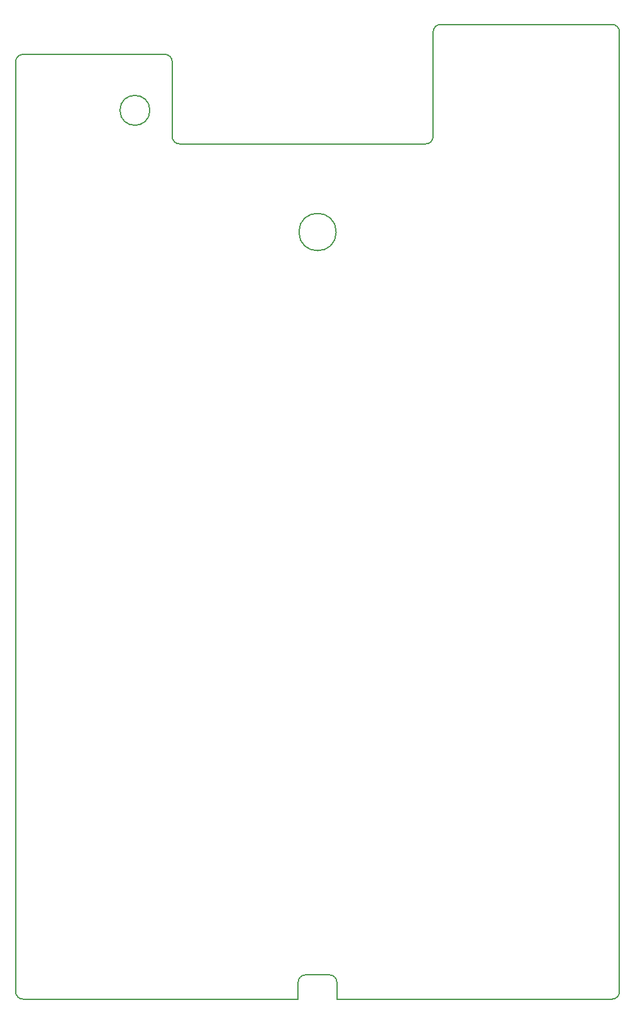
<source format=gbr>
%TF.GenerationSoftware,KiCad,Pcbnew,8.0.2*%
%TF.CreationDate,2025-04-27T21:29:10-07:00*%
%TF.ProjectId,t80-5700,7438302d-3537-4303-902e-6b696361645f,rev?*%
%TF.SameCoordinates,Original*%
%TF.FileFunction,Profile,NP*%
%FSLAX46Y46*%
G04 Gerber Fmt 4.6, Leading zero omitted, Abs format (unit mm)*
G04 Created by KiCad (PCBNEW 8.0.2) date 2025-04-27 21:29:10*
%MOMM*%
%LPD*%
G01*
G04 APERTURE LIST*
%TA.AperFunction,Profile*%
%ADD10C,0.130000*%
%TD*%
G04 APERTURE END LIST*
D10*
X86510292Y-144931250D02*
X89706392Y-144931250D01*
X90706250Y-148181250D02*
X127606250Y-148181250D01*
X90706250Y-145943513D02*
X90706250Y-148181250D01*
X90606250Y-45431250D02*
G75*
G02*
X85606250Y-45431250I-2500000J0D01*
G01*
X85606250Y-45431250D02*
G75*
G02*
X90606250Y-45431250I2500000J0D01*
G01*
X65606250Y-29131250D02*
G75*
G02*
X61606250Y-29131250I-2000000J0D01*
G01*
X61606250Y-29131250D02*
G75*
G02*
X65606250Y-29131250I2000000J0D01*
G01*
X85506250Y-145931285D02*
G75*
G02*
X86510292Y-144931258I1000050J-15D01*
G01*
X104610292Y-17631250D02*
X127606292Y-17631250D01*
X102606250Y-33631250D02*
X69606392Y-33631250D01*
X128606250Y-147181285D02*
X128606250Y-18618857D01*
X128606250Y-147181285D02*
G75*
G02*
X127606250Y-148181250I-999950J-15D01*
G01*
X89706392Y-144931250D02*
G75*
G02*
X90706275Y-145943513I-92J-1000050D01*
G01*
X67606292Y-21631250D02*
G75*
G02*
X68606273Y-22618857I8J-1000050D01*
G01*
X68606327Y-32631185D02*
X68606250Y-32631185D01*
X48606292Y-148181250D02*
G75*
G02*
X47606350Y-147181185I8J999950D01*
G01*
X127606292Y-17631250D02*
G75*
G02*
X128606273Y-18618857I8J-1000050D01*
G01*
X85506250Y-148181250D02*
X85506250Y-145931285D01*
X47606250Y-22631285D02*
X47606250Y-147181185D01*
X103606250Y-18631285D02*
X103606250Y-32631285D01*
X68606250Y-32631185D02*
X68606250Y-22618857D01*
X103606250Y-18631285D02*
G75*
G02*
X104610292Y-17631258I1000050J-15D01*
G01*
X47606327Y-147181185D02*
X47606250Y-147181185D01*
X67606292Y-21631250D02*
X48602292Y-21631250D01*
X69606392Y-33631250D02*
G75*
G02*
X68606350Y-32631185I-92J999950D01*
G01*
X48606292Y-148181250D02*
X85506250Y-148181250D01*
X103606250Y-32631285D02*
G75*
G02*
X102606250Y-33631250I-999950J-15D01*
G01*
X47606250Y-22631285D02*
G75*
G02*
X48602292Y-21631258I1000050J-15D01*
G01*
M02*

</source>
